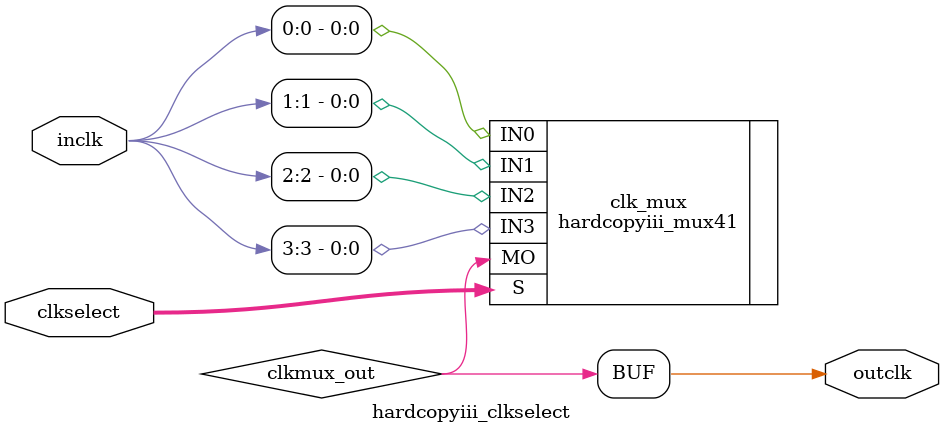
<source format=v>
module hardcopyiii_clkselect
(
    inclk,
    clkselect,
    outclk
);
input [3:0] inclk;
input [1:0] clkselect;
output outclk;
parameter lpm_type = "hardcopyiii_clkselect";
wire clkmux_out; // output of CLK mux
specify
    (inclk[3] => outclk) = (0, 0);
    (inclk[2] => outclk) = (0, 0);
    (inclk[1] => outclk) = (0, 0);
    (inclk[0] => outclk) = (0, 0);
    (clkselect[1] => outclk) = (0, 0);
    (clkselect[0] => outclk) = (0, 0);
endspecify
hardcopyiii_mux41 clk_mux (
                     .MO(clkmux_out),
                     .IN0(inclk[0]),
                     .IN1(inclk[1]),
                     .IN2(inclk[2]),
                     .IN3(inclk[3]),
                     .S({clkselect[1], clkselect[0]}));
and (outclk, clkmux_out, 1'b1);
endmodule
</source>
